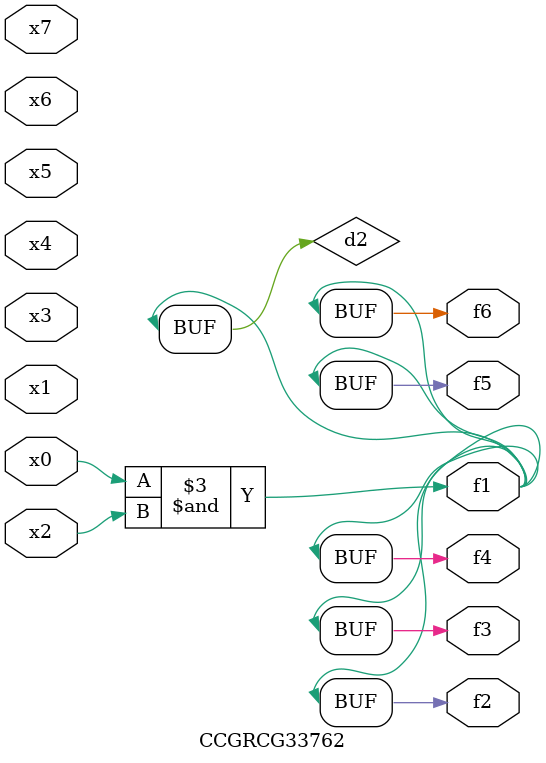
<source format=v>
module CCGRCG33762(
	input x0, x1, x2, x3, x4, x5, x6, x7,
	output f1, f2, f3, f4, f5, f6
);

	wire d1, d2;

	nor (d1, x3, x6);
	and (d2, x0, x2);
	assign f1 = d2;
	assign f2 = d2;
	assign f3 = d2;
	assign f4 = d2;
	assign f5 = d2;
	assign f6 = d2;
endmodule

</source>
